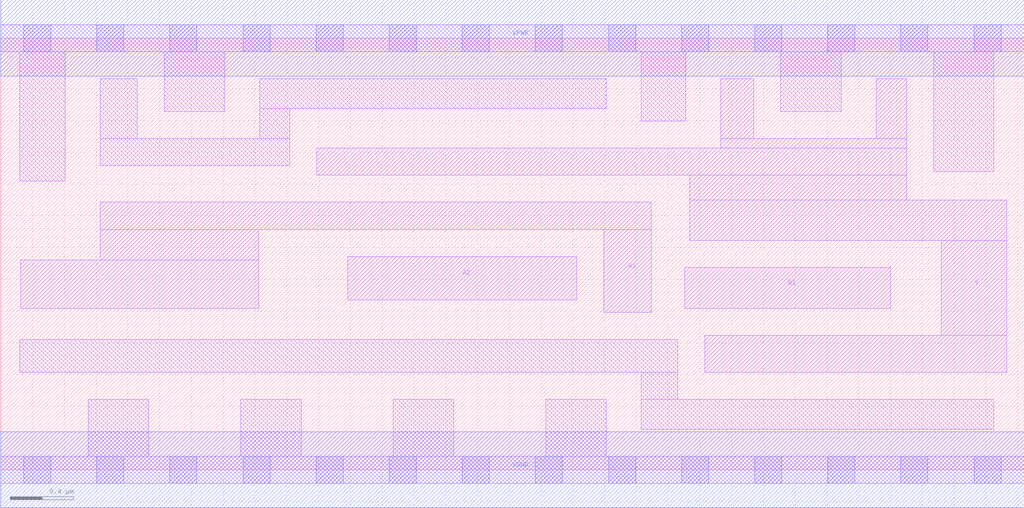
<source format=lef>
# Copyright 2020 The SkyWater PDK Authors
#
# Licensed under the Apache License, Version 2.0 (the "License");
# you may not use this file except in compliance with the License.
# You may obtain a copy of the License at
#
#     https://www.apache.org/licenses/LICENSE-2.0
#
# Unless required by applicable law or agreed to in writing, software
# distributed under the License is distributed on an "AS IS" BASIS,
# WITHOUT WARRANTIES OR CONDITIONS OF ANY KIND, either express or implied.
# See the License for the specific language governing permissions and
# limitations under the License.
#
# SPDX-License-Identifier: Apache-2.0

VERSION 5.7 ;
  NOWIREEXTENSIONATPIN ON ;
  DIVIDERCHAR "/" ;
  BUSBITCHARS "[]" ;
UNITS
  DATABASE MICRONS 200 ;
END UNITS
PROPERTYDEFINITIONS
  MACRO maskLayoutSubType STRING ;
  MACRO prCellType STRING ;
  MACRO originalViewName STRING ;
END PROPERTYDEFINITIONS
MACRO sky130_fd_sc_hdll__o21ai_4
  CLASS CORE ;
  FOREIGN sky130_fd_sc_hdll__o21ai_4 ;
  ORIGIN  0.000000  0.000000 ;
  SIZE  6.440000 BY  2.720000 ;
  SYMMETRY X Y R90 ;
  SITE unithd ;
  PIN A1
    ANTENNAGATEAREA  1.110000 ;
    DIRECTION INPUT ;
    USE SIGNAL ;
    PORT
      LAYER li1 ;
        RECT 0.125000 1.015000 1.625000 1.320000 ;
        RECT 0.625000 1.320000 1.625000 1.515000 ;
        RECT 0.625000 1.515000 4.095000 1.685000 ;
        RECT 3.795000 0.990000 4.095000 1.515000 ;
    END
  END A1
  PIN A2
    ANTENNAGATEAREA  1.110000 ;
    DIRECTION INPUT ;
    USE SIGNAL ;
    PORT
      LAYER li1 ;
        RECT 2.185000 1.070000 3.625000 1.345000 ;
    END
  END A2
  PIN B1
    ANTENNAGATEAREA  1.110000 ;
    DIRECTION INPUT ;
    USE SIGNAL ;
    PORT
      LAYER li1 ;
        RECT 4.305000 1.015000 5.600000 1.275000 ;
    END
  END B1
  PIN Y
    ANTENNADIFFAREA  1.661500 ;
    DIRECTION OUTPUT ;
    USE SIGNAL ;
    PORT
      LAYER li1 ;
        RECT 1.990000 1.855000 5.700000 2.025000 ;
        RECT 4.335000 1.445000 6.330000 1.700000 ;
        RECT 4.335000 1.700000 5.700000 1.855000 ;
        RECT 4.430000 0.615000 6.330000 0.845000 ;
        RECT 4.530000 2.025000 5.700000 2.085000 ;
        RECT 4.530000 2.085000 4.740000 2.465000 ;
        RECT 5.510000 2.085000 5.700000 2.465000 ;
        RECT 5.920000 0.845000 6.330000 1.445000 ;
    END
  END Y
  PIN VGND
    DIRECTION INOUT ;
    USE GROUND ;
    PORT
      LAYER met1 ;
        RECT 0.000000 -0.240000 6.440000 0.240000 ;
    END
  END VGND
  PIN VPWR
    DIRECTION INOUT ;
    USE POWER ;
    PORT
      LAYER met1 ;
        RECT 0.000000 2.480000 6.440000 2.960000 ;
    END
  END VPWR
  OBS
    LAYER li1 ;
      RECT 0.000000 -0.085000 6.440000 0.085000 ;
      RECT 0.000000  2.635000 6.440000 2.805000 ;
      RECT 0.120000  0.615000 4.260000 0.820000 ;
      RECT 0.120000  1.820000 0.405000 2.635000 ;
      RECT 0.550000  0.085000 0.930000 0.445000 ;
      RECT 0.625000  1.915000 1.820000 2.085000 ;
      RECT 0.625000  2.085000 0.860000 2.465000 ;
      RECT 1.030000  2.255000 1.410000 2.635000 ;
      RECT 1.510000  0.085000 1.890000 0.445000 ;
      RECT 1.630000  2.085000 1.820000 2.275000 ;
      RECT 1.630000  2.275000 3.810000 2.465000 ;
      RECT 2.470000  0.085000 2.850000 0.445000 ;
      RECT 3.430000  0.085000 3.810000 0.445000 ;
      RECT 4.030000  0.255000 6.250000 0.445000 ;
      RECT 4.030000  0.445000 4.260000 0.615000 ;
      RECT 4.030000  2.195000 4.310000 2.635000 ;
      RECT 4.910000  2.255000 5.290000 2.635000 ;
      RECT 5.870000  1.880000 6.250000 2.635000 ;
    LAYER mcon ;
      RECT 0.145000 -0.085000 0.315000 0.085000 ;
      RECT 0.145000  2.635000 0.315000 2.805000 ;
      RECT 0.605000 -0.085000 0.775000 0.085000 ;
      RECT 0.605000  2.635000 0.775000 2.805000 ;
      RECT 1.065000 -0.085000 1.235000 0.085000 ;
      RECT 1.065000  2.635000 1.235000 2.805000 ;
      RECT 1.525000 -0.085000 1.695000 0.085000 ;
      RECT 1.525000  2.635000 1.695000 2.805000 ;
      RECT 1.985000 -0.085000 2.155000 0.085000 ;
      RECT 1.985000  2.635000 2.155000 2.805000 ;
      RECT 2.445000 -0.085000 2.615000 0.085000 ;
      RECT 2.445000  2.635000 2.615000 2.805000 ;
      RECT 2.905000 -0.085000 3.075000 0.085000 ;
      RECT 2.905000  2.635000 3.075000 2.805000 ;
      RECT 3.365000 -0.085000 3.535000 0.085000 ;
      RECT 3.365000  2.635000 3.535000 2.805000 ;
      RECT 3.825000 -0.085000 3.995000 0.085000 ;
      RECT 3.825000  2.635000 3.995000 2.805000 ;
      RECT 4.285000 -0.085000 4.455000 0.085000 ;
      RECT 4.285000  2.635000 4.455000 2.805000 ;
      RECT 4.745000 -0.085000 4.915000 0.085000 ;
      RECT 4.745000  2.635000 4.915000 2.805000 ;
      RECT 5.205000 -0.085000 5.375000 0.085000 ;
      RECT 5.205000  2.635000 5.375000 2.805000 ;
      RECT 5.665000 -0.085000 5.835000 0.085000 ;
      RECT 5.665000  2.635000 5.835000 2.805000 ;
      RECT 6.125000 -0.085000 6.295000 0.085000 ;
      RECT 6.125000  2.635000 6.295000 2.805000 ;
  END
  PROPERTY maskLayoutSubType "abstract" ;
  PROPERTY prCellType "standard" ;
  PROPERTY originalViewName "layout" ;
END sky130_fd_sc_hdll__o21ai_4
END LIBRARY

</source>
